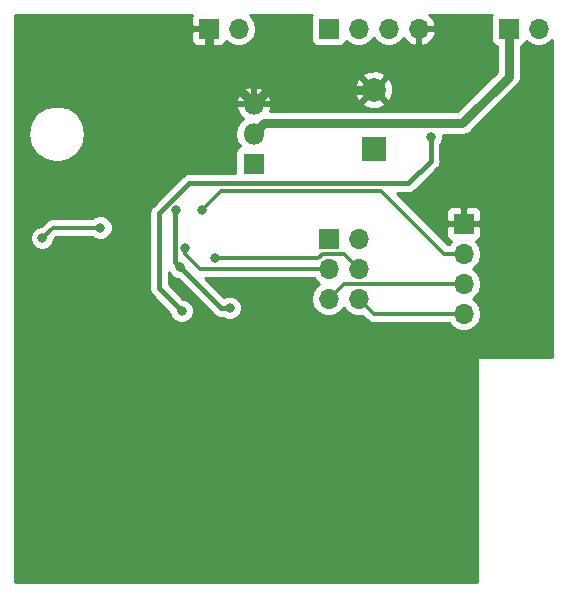
<source format=gbl>
G04 #@! TF.GenerationSoftware,KiCad,Pcbnew,(5.0.1)-3*
G04 #@! TF.CreationDate,2018-12-25T20:41:25+01:00*
G04 #@! TF.ProjectId,iLight,694C696768742E6B696361645F706362,rev?*
G04 #@! TF.SameCoordinates,Original*
G04 #@! TF.FileFunction,Copper,L2,Bot,Signal*
G04 #@! TF.FilePolarity,Positive*
%FSLAX46Y46*%
G04 Gerber Fmt 4.6, Leading zero omitted, Abs format (unit mm)*
G04 Created by KiCad (PCBNEW (5.0.1)-3) date 25/12/2018 20:41:25*
%MOMM*%
%LPD*%
G01*
G04 APERTURE LIST*
G04 #@! TA.AperFunction,ComponentPad*
%ADD10O,1.700000X1.700000*%
G04 #@! TD*
G04 #@! TA.AperFunction,ComponentPad*
%ADD11R,1.700000X1.700000*%
G04 #@! TD*
G04 #@! TA.AperFunction,ComponentPad*
%ADD12C,2.000000*%
G04 #@! TD*
G04 #@! TA.AperFunction,ComponentPad*
%ADD13R,2.000000X2.000000*%
G04 #@! TD*
G04 #@! TA.AperFunction,ComponentPad*
%ADD14O,1.800000X1.800000*%
G04 #@! TD*
G04 #@! TA.AperFunction,ComponentPad*
%ADD15R,1.800000X1.800000*%
G04 #@! TD*
G04 #@! TA.AperFunction,ViaPad*
%ADD16C,0.800000*%
G04 #@! TD*
G04 #@! TA.AperFunction,Conductor*
%ADD17C,0.762000*%
G04 #@! TD*
G04 #@! TA.AperFunction,Conductor*
%ADD18C,0.406400*%
G04 #@! TD*
G04 #@! TA.AperFunction,Conductor*
%ADD19C,0.304800*%
G04 #@! TD*
G04 #@! TA.AperFunction,Conductor*
%ADD20C,0.254000*%
G04 #@! TD*
G04 APERTURE END LIST*
D10*
G04 #@! TO.P,PROG1,4*
G04 #@! TO.N,/RXP*
X204470000Y-120650000D03*
G04 #@! TO.P,PROG1,3*
G04 #@! TO.N,/TXP*
X204470000Y-118110000D03*
G04 #@! TO.P,PROG1,2*
G04 #@! TO.N,/RST*
X204470000Y-115570000D03*
D11*
G04 #@! TO.P,PROG1,1*
G04 #@! TO.N,GNDD*
X204470000Y-113030000D03*
G04 #@! TD*
D10*
G04 #@! TO.P,P/W1,6*
G04 #@! TO.N,/RXP*
X195580000Y-119380000D03*
G04 #@! TO.P,P/W1,5*
G04 #@! TO.N,/TXP*
X193040000Y-119380000D03*
G04 #@! TO.P,P/W1,4*
G04 #@! TO.N,/RX*
X195580000Y-116840000D03*
G04 #@! TO.P,P/W1,3*
G04 #@! TO.N,/TX*
X193040000Y-116840000D03*
G04 #@! TO.P,P/W1,2*
G04 #@! TO.N,/RXW*
X195580000Y-114300000D03*
D11*
G04 #@! TO.P,P/W1,1*
G04 #@! TO.N,/TXW*
X193040000Y-114300000D03*
G04 #@! TD*
D10*
G04 #@! TO.P,ALIM1,2*
G04 #@! TO.N,+5V*
X185420000Y-96520000D03*
D11*
G04 #@! TO.P,ALIM1,1*
G04 #@! TO.N,GNDD*
X182880000Y-96520000D03*
G04 #@! TD*
D12*
G04 #@! TO.P,C1,2*
G04 #@! TO.N,GNDD*
X196850000Y-101680000D03*
D13*
G04 #@! TO.P,C1,1*
G04 #@! TO.N,+5V*
X196850000Y-106680000D03*
G04 #@! TD*
D11*
G04 #@! TO.P,LAMP,1*
G04 #@! TO.N,Net-(J4-Pad1)*
X208280000Y-96520000D03*
D10*
G04 #@! TO.P,LAMP,2*
G04 #@! TO.N,+5V*
X210820000Y-96520000D03*
G04 #@! TD*
D11*
G04 #@! TO.P,LED,1*
G04 #@! TO.N,Net-(J5-Pad1)*
X193040000Y-96520000D03*
D10*
G04 #@! TO.P,LED,2*
G04 #@! TO.N,+5V*
X195580000Y-96520000D03*
G04 #@! TO.P,LED,3*
G04 #@! TO.N,DATA*
X198120000Y-96520000D03*
G04 #@! TO.P,LED,4*
G04 #@! TO.N,GNDD*
X200660000Y-96520000D03*
G04 #@! TD*
D14*
G04 #@! TO.P,Q1,3*
G04 #@! TO.N,GNDD*
X186690000Y-102870000D03*
G04 #@! TO.P,Q1,2*
G04 #@! TO.N,Net-(J4-Pad1)*
X186690000Y-105410000D03*
D15*
G04 #@! TO.P,Q1,1*
G04 #@! TO.N,Net-(Q1-Pad1)*
X186690000Y-107950000D03*
G04 #@! TD*
D16*
G04 #@! TO.N,GNDD*
X190881000Y-100899000D03*
X185166000Y-129667000D03*
X177419000Y-113284000D03*
G04 #@! TO.N,+5V*
X180467000Y-116713000D03*
X180129000Y-111887000D03*
X184658000Y-120142000D03*
G04 #@! TO.N,Net-(C4-Pad2)*
X173720000Y-113350000D03*
X168783000Y-114239000D03*
G04 #@! TO.N,/RST*
X182329000Y-111887000D03*
G04 #@! TO.N,/RX*
X183388000Y-115951000D03*
G04 #@! TO.N,/TX*
X180848000Y-115062000D03*
G04 #@! TO.N,DATA*
X180594000Y-120396000D03*
X201676000Y-105664000D03*
G04 #@! TD*
D17*
G04 #@! TO.N,GNDD*
X187880000Y-101680000D02*
X186690000Y-102870000D01*
X182880000Y-99060000D02*
X186690000Y-102870000D01*
X182880000Y-96520000D02*
X182880000Y-99060000D01*
X190881000Y-101680000D02*
X190881000Y-100899000D01*
X190881000Y-101680000D02*
X187880000Y-101680000D01*
X196850000Y-101680000D02*
X190881000Y-101680000D01*
X181610000Y-99060000D02*
X182880000Y-99060000D01*
X177419000Y-103251000D02*
X181610000Y-99060000D01*
X185166000Y-129667000D02*
X182499000Y-129667000D01*
X182499000Y-129667000D02*
X177419000Y-124587000D01*
X177419000Y-124587000D02*
X177419000Y-113284000D01*
X177419000Y-113284000D02*
X177419000Y-103251000D01*
G04 #@! TO.N,Net-(J4-Pad1)*
X187589999Y-104510001D02*
X204353999Y-104510001D01*
X186690000Y-105410000D02*
X187589999Y-104510001D01*
X208280000Y-100584000D02*
X208280000Y-96520000D01*
X204353999Y-104510001D02*
X208280000Y-100584000D01*
D18*
G04 #@! TO.N,+5V*
X180044799Y-111971201D02*
X180129000Y-111887000D01*
X180044799Y-116290799D02*
X180044799Y-111971201D01*
X180467000Y-116713000D02*
X180044799Y-116290799D01*
X180467000Y-116713000D02*
X183896000Y-120142000D01*
X183896000Y-120142000D02*
X184658000Y-120142000D01*
D19*
G04 #@! TO.N,Net-(C4-Pad2)*
X173720000Y-113350000D02*
X169672000Y-113350000D01*
X169672000Y-113350000D02*
X168783000Y-114239000D01*
G04 #@! TO.N,/RST*
X204470000Y-115570000D02*
X202819000Y-115570000D01*
X202819000Y-115570000D02*
X197485000Y-110236000D01*
X197485000Y-110236000D02*
X183980000Y-110236000D01*
X183980000Y-110236000D02*
X182329000Y-111887000D01*
G04 #@! TO.N,/RXP*
X196850000Y-120650000D02*
X195580000Y-119380000D01*
X204470000Y-120650000D02*
X196850000Y-120650000D01*
G04 #@! TO.N,/TXP*
X194310000Y-118110000D02*
X193040000Y-119380000D01*
X204470000Y-118110000D02*
X194310000Y-118110000D01*
G04 #@! TO.N,/RX*
X194310000Y-115570000D02*
X195580000Y-116840000D01*
X192532000Y-115570000D02*
X194310000Y-115570000D01*
X183388000Y-115951000D02*
X192151000Y-115951000D01*
X192151000Y-115951000D02*
X192532000Y-115570000D01*
G04 #@! TO.N,/TX*
X193040000Y-116840000D02*
X182118000Y-116840000D01*
X182118000Y-116840000D02*
X180848000Y-115570000D01*
X180848000Y-115570000D02*
X180848000Y-115062000D01*
D18*
G04 #@! TO.N,DATA*
X180594000Y-120396000D02*
X178689000Y-118491000D01*
X178689000Y-112138262D02*
X181226262Y-109601000D01*
X178689000Y-118491000D02*
X178689000Y-112138262D01*
X181226262Y-109601000D02*
X199771000Y-109601000D01*
X199771000Y-109601000D02*
X201676000Y-107696000D01*
X201676000Y-107696000D02*
X201676000Y-105664000D01*
G04 #@! TD*
D20*
G04 #@! TO.N,GNDD*
G36*
X181395000Y-95543691D02*
X181395000Y-96234250D01*
X181553750Y-96393000D01*
X182753000Y-96393000D01*
X182753000Y-96373000D01*
X183007000Y-96373000D01*
X183007000Y-96393000D01*
X183027000Y-96393000D01*
X183027000Y-96647000D01*
X183007000Y-96647000D01*
X183007000Y-97846250D01*
X183165750Y-98005000D01*
X183856310Y-98005000D01*
X184089699Y-97908327D01*
X184268327Y-97729698D01*
X184334904Y-97568967D01*
X184349375Y-97590625D01*
X184840582Y-97918839D01*
X185273744Y-98005000D01*
X185566256Y-98005000D01*
X185999418Y-97918839D01*
X186490625Y-97590625D01*
X186818839Y-97099418D01*
X186934092Y-96520000D01*
X186818839Y-95940582D01*
X186490625Y-95449375D01*
X186382308Y-95377000D01*
X191622068Y-95377000D01*
X191591843Y-95422235D01*
X191542560Y-95670000D01*
X191542560Y-97370000D01*
X191591843Y-97617765D01*
X191732191Y-97827809D01*
X191942235Y-97968157D01*
X192190000Y-98017440D01*
X193890000Y-98017440D01*
X194137765Y-97968157D01*
X194347809Y-97827809D01*
X194488157Y-97617765D01*
X194497184Y-97572381D01*
X194509375Y-97590625D01*
X195000582Y-97918839D01*
X195433744Y-98005000D01*
X195726256Y-98005000D01*
X196159418Y-97918839D01*
X196650625Y-97590625D01*
X196850000Y-97292239D01*
X197049375Y-97590625D01*
X197540582Y-97918839D01*
X197973744Y-98005000D01*
X198266256Y-98005000D01*
X198699418Y-97918839D01*
X199190625Y-97590625D01*
X199403843Y-97271522D01*
X199464817Y-97401358D01*
X199893076Y-97791645D01*
X200303110Y-97961476D01*
X200533000Y-97840155D01*
X200533000Y-96647000D01*
X200787000Y-96647000D01*
X200787000Y-97840155D01*
X201016890Y-97961476D01*
X201426924Y-97791645D01*
X201855183Y-97401358D01*
X202101486Y-96876892D01*
X201980819Y-96647000D01*
X200787000Y-96647000D01*
X200533000Y-96647000D01*
X200513000Y-96647000D01*
X200513000Y-96393000D01*
X200533000Y-96393000D01*
X200533000Y-96373000D01*
X200787000Y-96373000D01*
X200787000Y-96393000D01*
X201980819Y-96393000D01*
X202101486Y-96163108D01*
X201855183Y-95638642D01*
X201568085Y-95377000D01*
X206862068Y-95377000D01*
X206831843Y-95422235D01*
X206782560Y-95670000D01*
X206782560Y-97370000D01*
X206831843Y-97617765D01*
X206972191Y-97827809D01*
X207182235Y-97968157D01*
X207264001Y-97984421D01*
X207264000Y-100163159D01*
X203933159Y-103494001D01*
X188060174Y-103494001D01*
X188181046Y-103234742D01*
X188060997Y-102997000D01*
X186817000Y-102997000D01*
X186817000Y-103017000D01*
X186563000Y-103017000D01*
X186563000Y-102997000D01*
X185319003Y-102997000D01*
X185198954Y-103234742D01*
X185452034Y-103777576D01*
X185839174Y-104132376D01*
X185583327Y-104303327D01*
X185244062Y-104811073D01*
X185124928Y-105410000D01*
X185244062Y-106008927D01*
X185540696Y-106452871D01*
X185332191Y-106592191D01*
X185191843Y-106802235D01*
X185142560Y-107050000D01*
X185142560Y-108762800D01*
X181308810Y-108762800D01*
X181226261Y-108746380D01*
X181143712Y-108762800D01*
X181143708Y-108762800D01*
X180899213Y-108811433D01*
X180899211Y-108811434D01*
X180899212Y-108811434D01*
X180691939Y-108949929D01*
X180691938Y-108949930D01*
X180621954Y-108996692D01*
X180575192Y-109066676D01*
X178154677Y-111487192D01*
X178084693Y-111533954D01*
X178037931Y-111603938D01*
X178037929Y-111603940D01*
X177899434Y-111811213D01*
X177834380Y-112138262D01*
X177850801Y-112220816D01*
X177850800Y-118408451D01*
X177834380Y-118491000D01*
X177850800Y-118573549D01*
X177850800Y-118573553D01*
X177899433Y-118818048D01*
X178084692Y-119095308D01*
X178154679Y-119142072D01*
X179559000Y-120546394D01*
X179559000Y-120601874D01*
X179716569Y-120982280D01*
X180007720Y-121273431D01*
X180388126Y-121431000D01*
X180799874Y-121431000D01*
X181180280Y-121273431D01*
X181471431Y-120982280D01*
X181629000Y-120601874D01*
X181629000Y-120190126D01*
X181471431Y-119809720D01*
X181180280Y-119518569D01*
X180799874Y-119361000D01*
X180744394Y-119361000D01*
X179527200Y-118143807D01*
X179527200Y-117148708D01*
X179589569Y-117299280D01*
X179880720Y-117590431D01*
X180261126Y-117748000D01*
X180316607Y-117748000D01*
X183244930Y-120676324D01*
X183291692Y-120746308D01*
X183361676Y-120793070D01*
X183361677Y-120793071D01*
X183469327Y-120865000D01*
X183568951Y-120931567D01*
X183813446Y-120980200D01*
X183813450Y-120980200D01*
X183895999Y-120996620D01*
X183978548Y-120980200D01*
X184032489Y-120980200D01*
X184071720Y-121019431D01*
X184452126Y-121177000D01*
X184863874Y-121177000D01*
X185244280Y-121019431D01*
X185535431Y-120728280D01*
X185693000Y-120347874D01*
X185693000Y-119936126D01*
X185535431Y-119555720D01*
X185244280Y-119264569D01*
X184863874Y-119107000D01*
X184452126Y-119107000D01*
X184165230Y-119225836D01*
X182566793Y-117627400D01*
X191780130Y-117627400D01*
X191969375Y-117910625D01*
X192267761Y-118110000D01*
X191969375Y-118309375D01*
X191641161Y-118800582D01*
X191525908Y-119380000D01*
X191641161Y-119959418D01*
X191969375Y-120450625D01*
X192460582Y-120778839D01*
X192893744Y-120865000D01*
X193186256Y-120865000D01*
X193619418Y-120778839D01*
X194110625Y-120450625D01*
X194310000Y-120152239D01*
X194509375Y-120450625D01*
X195000582Y-120778839D01*
X195433744Y-120865000D01*
X195726256Y-120865000D01*
X195914087Y-120827638D01*
X196238386Y-121151938D01*
X196282316Y-121217684D01*
X196542772Y-121391715D01*
X196772448Y-121437400D01*
X196849999Y-121452826D01*
X196927550Y-121437400D01*
X203210130Y-121437400D01*
X203399375Y-121720625D01*
X203890582Y-122048839D01*
X204323744Y-122135000D01*
X204616256Y-122135000D01*
X205049418Y-122048839D01*
X205540625Y-121720625D01*
X205868839Y-121229418D01*
X205984092Y-120650000D01*
X205868839Y-120070582D01*
X205540625Y-119579375D01*
X205242239Y-119380000D01*
X205540625Y-119180625D01*
X205868839Y-118689418D01*
X205984092Y-118110000D01*
X205868839Y-117530582D01*
X205540625Y-117039375D01*
X205242239Y-116840000D01*
X205540625Y-116640625D01*
X205868839Y-116149418D01*
X205984092Y-115570000D01*
X205868839Y-114990582D01*
X205540625Y-114499375D01*
X205518967Y-114484904D01*
X205679698Y-114418327D01*
X205858327Y-114239699D01*
X205955000Y-114006310D01*
X205955000Y-113315750D01*
X205796250Y-113157000D01*
X204597000Y-113157000D01*
X204597000Y-113177000D01*
X204343000Y-113177000D01*
X204343000Y-113157000D01*
X203143750Y-113157000D01*
X202985000Y-113315750D01*
X202985000Y-114006310D01*
X203081673Y-114239699D01*
X203260302Y-114418327D01*
X203421033Y-114484904D01*
X203399375Y-114499375D01*
X203210130Y-114782600D01*
X203145152Y-114782600D01*
X200416242Y-112053690D01*
X202985000Y-112053690D01*
X202985000Y-112744250D01*
X203143750Y-112903000D01*
X204343000Y-112903000D01*
X204343000Y-111703750D01*
X204597000Y-111703750D01*
X204597000Y-112903000D01*
X205796250Y-112903000D01*
X205955000Y-112744250D01*
X205955000Y-112053690D01*
X205858327Y-111820301D01*
X205679698Y-111641673D01*
X205446309Y-111545000D01*
X204755750Y-111545000D01*
X204597000Y-111703750D01*
X204343000Y-111703750D01*
X204184250Y-111545000D01*
X203493691Y-111545000D01*
X203260302Y-111641673D01*
X203081673Y-111820301D01*
X202985000Y-112053690D01*
X200416242Y-112053690D01*
X198801751Y-110439200D01*
X199688451Y-110439200D01*
X199771000Y-110455620D01*
X199853549Y-110439200D01*
X199853554Y-110439200D01*
X200098049Y-110390567D01*
X200375308Y-110205308D01*
X200422072Y-110135321D01*
X202210325Y-108347069D01*
X202280308Y-108300308D01*
X202465567Y-108023049D01*
X202514200Y-107778554D01*
X202514200Y-107778549D01*
X202530620Y-107696000D01*
X202514200Y-107613451D01*
X202514200Y-106289511D01*
X202553431Y-106250280D01*
X202711000Y-105869874D01*
X202711000Y-105526001D01*
X204253936Y-105526001D01*
X204353999Y-105545905D01*
X204454062Y-105526001D01*
X204454064Y-105526001D01*
X204750422Y-105467052D01*
X205086494Y-105242496D01*
X205143179Y-105157661D01*
X208927664Y-101373177D01*
X209012495Y-101316495D01*
X209237051Y-100980423D01*
X209296000Y-100684065D01*
X209296000Y-100684064D01*
X209315904Y-100584000D01*
X209296000Y-100483937D01*
X209296000Y-97984421D01*
X209377765Y-97968157D01*
X209587809Y-97827809D01*
X209728157Y-97617765D01*
X209737184Y-97572381D01*
X209749375Y-97590625D01*
X210240582Y-97918839D01*
X210673744Y-98005000D01*
X210966256Y-98005000D01*
X211399418Y-97918839D01*
X211890625Y-97590625D01*
X211963000Y-97482308D01*
X211963000Y-124333000D01*
X205740000Y-124333000D01*
X205691399Y-124342667D01*
X205650197Y-124370197D01*
X205622667Y-124411399D01*
X205613000Y-124460000D01*
X205613000Y-143383000D01*
X166497000Y-143383000D01*
X166497000Y-114033126D01*
X167748000Y-114033126D01*
X167748000Y-114444874D01*
X167905569Y-114825280D01*
X168196720Y-115116431D01*
X168577126Y-115274000D01*
X168988874Y-115274000D01*
X169369280Y-115116431D01*
X169660431Y-114825280D01*
X169818000Y-114444874D01*
X169818000Y-114317552D01*
X169998152Y-114137400D01*
X173043689Y-114137400D01*
X173133720Y-114227431D01*
X173514126Y-114385000D01*
X173925874Y-114385000D01*
X174306280Y-114227431D01*
X174597431Y-113936280D01*
X174755000Y-113555874D01*
X174755000Y-113144126D01*
X174597431Y-112763720D01*
X174306280Y-112472569D01*
X173925874Y-112315000D01*
X173514126Y-112315000D01*
X173133720Y-112472569D01*
X173043689Y-112562600D01*
X169749551Y-112562600D01*
X169672000Y-112547174D01*
X169594449Y-112562600D01*
X169594448Y-112562600D01*
X169364772Y-112608285D01*
X169104316Y-112782316D01*
X169060386Y-112848062D01*
X168704448Y-113204000D01*
X168577126Y-113204000D01*
X168196720Y-113361569D01*
X167905569Y-113652720D01*
X167748000Y-114033126D01*
X166497000Y-114033126D01*
X166497000Y-105410000D01*
X167598276Y-105410000D01*
X167783380Y-106340580D01*
X168310511Y-107129489D01*
X169099420Y-107656620D01*
X169795103Y-107795000D01*
X170264897Y-107795000D01*
X170960580Y-107656620D01*
X171749489Y-107129489D01*
X172276620Y-106340580D01*
X172461724Y-105410000D01*
X172276620Y-104479420D01*
X171749489Y-103690511D01*
X170960580Y-103163380D01*
X170264897Y-103025000D01*
X169795103Y-103025000D01*
X169099420Y-103163380D01*
X168310511Y-103690511D01*
X167783380Y-104479420D01*
X167598276Y-105410000D01*
X166497000Y-105410000D01*
X166497000Y-102832532D01*
X195877073Y-102832532D01*
X195975736Y-103099387D01*
X196585461Y-103325908D01*
X197235460Y-103301856D01*
X197724264Y-103099387D01*
X197822927Y-102832532D01*
X196850000Y-101859605D01*
X195877073Y-102832532D01*
X166497000Y-102832532D01*
X166497000Y-102505258D01*
X185198954Y-102505258D01*
X185319003Y-102743000D01*
X186563000Y-102743000D01*
X186563000Y-101499622D01*
X186817000Y-101499622D01*
X186817000Y-102743000D01*
X188060997Y-102743000D01*
X188181046Y-102505258D01*
X187927966Y-101962424D01*
X187486417Y-101557760D01*
X187142857Y-101415461D01*
X195204092Y-101415461D01*
X195228144Y-102065460D01*
X195430613Y-102554264D01*
X195697468Y-102652927D01*
X196670395Y-101680000D01*
X197029605Y-101680000D01*
X198002532Y-102652927D01*
X198269387Y-102554264D01*
X198495908Y-101944539D01*
X198471856Y-101294540D01*
X198269387Y-100805736D01*
X198002532Y-100707073D01*
X197029605Y-101680000D01*
X196670395Y-101680000D01*
X195697468Y-100707073D01*
X195430613Y-100805736D01*
X195204092Y-101415461D01*
X187142857Y-101415461D01*
X187054740Y-101378964D01*
X186817000Y-101499622D01*
X186563000Y-101499622D01*
X186325260Y-101378964D01*
X185893583Y-101557760D01*
X185452034Y-101962424D01*
X185198954Y-102505258D01*
X166497000Y-102505258D01*
X166497000Y-100527468D01*
X195877073Y-100527468D01*
X196850000Y-101500395D01*
X197822927Y-100527468D01*
X197724264Y-100260613D01*
X197114539Y-100034092D01*
X196464540Y-100058144D01*
X195975736Y-100260613D01*
X195877073Y-100527468D01*
X166497000Y-100527468D01*
X166497000Y-96805750D01*
X181395000Y-96805750D01*
X181395000Y-97496309D01*
X181491673Y-97729698D01*
X181670301Y-97908327D01*
X181903690Y-98005000D01*
X182594250Y-98005000D01*
X182753000Y-97846250D01*
X182753000Y-96647000D01*
X181553750Y-96647000D01*
X181395000Y-96805750D01*
X166497000Y-96805750D01*
X166497000Y-95377000D01*
X181464046Y-95377000D01*
X181395000Y-95543691D01*
X181395000Y-95543691D01*
G37*
X181395000Y-95543691D02*
X181395000Y-96234250D01*
X181553750Y-96393000D01*
X182753000Y-96393000D01*
X182753000Y-96373000D01*
X183007000Y-96373000D01*
X183007000Y-96393000D01*
X183027000Y-96393000D01*
X183027000Y-96647000D01*
X183007000Y-96647000D01*
X183007000Y-97846250D01*
X183165750Y-98005000D01*
X183856310Y-98005000D01*
X184089699Y-97908327D01*
X184268327Y-97729698D01*
X184334904Y-97568967D01*
X184349375Y-97590625D01*
X184840582Y-97918839D01*
X185273744Y-98005000D01*
X185566256Y-98005000D01*
X185999418Y-97918839D01*
X186490625Y-97590625D01*
X186818839Y-97099418D01*
X186934092Y-96520000D01*
X186818839Y-95940582D01*
X186490625Y-95449375D01*
X186382308Y-95377000D01*
X191622068Y-95377000D01*
X191591843Y-95422235D01*
X191542560Y-95670000D01*
X191542560Y-97370000D01*
X191591843Y-97617765D01*
X191732191Y-97827809D01*
X191942235Y-97968157D01*
X192190000Y-98017440D01*
X193890000Y-98017440D01*
X194137765Y-97968157D01*
X194347809Y-97827809D01*
X194488157Y-97617765D01*
X194497184Y-97572381D01*
X194509375Y-97590625D01*
X195000582Y-97918839D01*
X195433744Y-98005000D01*
X195726256Y-98005000D01*
X196159418Y-97918839D01*
X196650625Y-97590625D01*
X196850000Y-97292239D01*
X197049375Y-97590625D01*
X197540582Y-97918839D01*
X197973744Y-98005000D01*
X198266256Y-98005000D01*
X198699418Y-97918839D01*
X199190625Y-97590625D01*
X199403843Y-97271522D01*
X199464817Y-97401358D01*
X199893076Y-97791645D01*
X200303110Y-97961476D01*
X200533000Y-97840155D01*
X200533000Y-96647000D01*
X200787000Y-96647000D01*
X200787000Y-97840155D01*
X201016890Y-97961476D01*
X201426924Y-97791645D01*
X201855183Y-97401358D01*
X202101486Y-96876892D01*
X201980819Y-96647000D01*
X200787000Y-96647000D01*
X200533000Y-96647000D01*
X200513000Y-96647000D01*
X200513000Y-96393000D01*
X200533000Y-96393000D01*
X200533000Y-96373000D01*
X200787000Y-96373000D01*
X200787000Y-96393000D01*
X201980819Y-96393000D01*
X202101486Y-96163108D01*
X201855183Y-95638642D01*
X201568085Y-95377000D01*
X206862068Y-95377000D01*
X206831843Y-95422235D01*
X206782560Y-95670000D01*
X206782560Y-97370000D01*
X206831843Y-97617765D01*
X206972191Y-97827809D01*
X207182235Y-97968157D01*
X207264001Y-97984421D01*
X207264000Y-100163159D01*
X203933159Y-103494001D01*
X188060174Y-103494001D01*
X188181046Y-103234742D01*
X188060997Y-102997000D01*
X186817000Y-102997000D01*
X186817000Y-103017000D01*
X186563000Y-103017000D01*
X186563000Y-102997000D01*
X185319003Y-102997000D01*
X185198954Y-103234742D01*
X185452034Y-103777576D01*
X185839174Y-104132376D01*
X185583327Y-104303327D01*
X185244062Y-104811073D01*
X185124928Y-105410000D01*
X185244062Y-106008927D01*
X185540696Y-106452871D01*
X185332191Y-106592191D01*
X185191843Y-106802235D01*
X185142560Y-107050000D01*
X185142560Y-108762800D01*
X181308810Y-108762800D01*
X181226261Y-108746380D01*
X181143712Y-108762800D01*
X181143708Y-108762800D01*
X180899213Y-108811433D01*
X180899211Y-108811434D01*
X180899212Y-108811434D01*
X180691939Y-108949929D01*
X180691938Y-108949930D01*
X180621954Y-108996692D01*
X180575192Y-109066676D01*
X178154677Y-111487192D01*
X178084693Y-111533954D01*
X178037931Y-111603938D01*
X178037929Y-111603940D01*
X177899434Y-111811213D01*
X177834380Y-112138262D01*
X177850801Y-112220816D01*
X177850800Y-118408451D01*
X177834380Y-118491000D01*
X177850800Y-118573549D01*
X177850800Y-118573553D01*
X177899433Y-118818048D01*
X178084692Y-119095308D01*
X178154679Y-119142072D01*
X179559000Y-120546394D01*
X179559000Y-120601874D01*
X179716569Y-120982280D01*
X180007720Y-121273431D01*
X180388126Y-121431000D01*
X180799874Y-121431000D01*
X181180280Y-121273431D01*
X181471431Y-120982280D01*
X181629000Y-120601874D01*
X181629000Y-120190126D01*
X181471431Y-119809720D01*
X181180280Y-119518569D01*
X180799874Y-119361000D01*
X180744394Y-119361000D01*
X179527200Y-118143807D01*
X179527200Y-117148708D01*
X179589569Y-117299280D01*
X179880720Y-117590431D01*
X180261126Y-117748000D01*
X180316607Y-117748000D01*
X183244930Y-120676324D01*
X183291692Y-120746308D01*
X183361676Y-120793070D01*
X183361677Y-120793071D01*
X183469327Y-120865000D01*
X183568951Y-120931567D01*
X183813446Y-120980200D01*
X183813450Y-120980200D01*
X183895999Y-120996620D01*
X183978548Y-120980200D01*
X184032489Y-120980200D01*
X184071720Y-121019431D01*
X184452126Y-121177000D01*
X184863874Y-121177000D01*
X185244280Y-121019431D01*
X185535431Y-120728280D01*
X185693000Y-120347874D01*
X185693000Y-119936126D01*
X185535431Y-119555720D01*
X185244280Y-119264569D01*
X184863874Y-119107000D01*
X184452126Y-119107000D01*
X184165230Y-119225836D01*
X182566793Y-117627400D01*
X191780130Y-117627400D01*
X191969375Y-117910625D01*
X192267761Y-118110000D01*
X191969375Y-118309375D01*
X191641161Y-118800582D01*
X191525908Y-119380000D01*
X191641161Y-119959418D01*
X191969375Y-120450625D01*
X192460582Y-120778839D01*
X192893744Y-120865000D01*
X193186256Y-120865000D01*
X193619418Y-120778839D01*
X194110625Y-120450625D01*
X194310000Y-120152239D01*
X194509375Y-120450625D01*
X195000582Y-120778839D01*
X195433744Y-120865000D01*
X195726256Y-120865000D01*
X195914087Y-120827638D01*
X196238386Y-121151938D01*
X196282316Y-121217684D01*
X196542772Y-121391715D01*
X196772448Y-121437400D01*
X196849999Y-121452826D01*
X196927550Y-121437400D01*
X203210130Y-121437400D01*
X203399375Y-121720625D01*
X203890582Y-122048839D01*
X204323744Y-122135000D01*
X204616256Y-122135000D01*
X205049418Y-122048839D01*
X205540625Y-121720625D01*
X205868839Y-121229418D01*
X205984092Y-120650000D01*
X205868839Y-120070582D01*
X205540625Y-119579375D01*
X205242239Y-119380000D01*
X205540625Y-119180625D01*
X205868839Y-118689418D01*
X205984092Y-118110000D01*
X205868839Y-117530582D01*
X205540625Y-117039375D01*
X205242239Y-116840000D01*
X205540625Y-116640625D01*
X205868839Y-116149418D01*
X205984092Y-115570000D01*
X205868839Y-114990582D01*
X205540625Y-114499375D01*
X205518967Y-114484904D01*
X205679698Y-114418327D01*
X205858327Y-114239699D01*
X205955000Y-114006310D01*
X205955000Y-113315750D01*
X205796250Y-113157000D01*
X204597000Y-113157000D01*
X204597000Y-113177000D01*
X204343000Y-113177000D01*
X204343000Y-113157000D01*
X203143750Y-113157000D01*
X202985000Y-113315750D01*
X202985000Y-114006310D01*
X203081673Y-114239699D01*
X203260302Y-114418327D01*
X203421033Y-114484904D01*
X203399375Y-114499375D01*
X203210130Y-114782600D01*
X203145152Y-114782600D01*
X200416242Y-112053690D01*
X202985000Y-112053690D01*
X202985000Y-112744250D01*
X203143750Y-112903000D01*
X204343000Y-112903000D01*
X204343000Y-111703750D01*
X204597000Y-111703750D01*
X204597000Y-112903000D01*
X205796250Y-112903000D01*
X205955000Y-112744250D01*
X205955000Y-112053690D01*
X205858327Y-111820301D01*
X205679698Y-111641673D01*
X205446309Y-111545000D01*
X204755750Y-111545000D01*
X204597000Y-111703750D01*
X204343000Y-111703750D01*
X204184250Y-111545000D01*
X203493691Y-111545000D01*
X203260302Y-111641673D01*
X203081673Y-111820301D01*
X202985000Y-112053690D01*
X200416242Y-112053690D01*
X198801751Y-110439200D01*
X199688451Y-110439200D01*
X199771000Y-110455620D01*
X199853549Y-110439200D01*
X199853554Y-110439200D01*
X200098049Y-110390567D01*
X200375308Y-110205308D01*
X200422072Y-110135321D01*
X202210325Y-108347069D01*
X202280308Y-108300308D01*
X202465567Y-108023049D01*
X202514200Y-107778554D01*
X202514200Y-107778549D01*
X202530620Y-107696000D01*
X202514200Y-107613451D01*
X202514200Y-106289511D01*
X202553431Y-106250280D01*
X202711000Y-105869874D01*
X202711000Y-105526001D01*
X204253936Y-105526001D01*
X204353999Y-105545905D01*
X204454062Y-105526001D01*
X204454064Y-105526001D01*
X204750422Y-105467052D01*
X205086494Y-105242496D01*
X205143179Y-105157661D01*
X208927664Y-101373177D01*
X209012495Y-101316495D01*
X209237051Y-100980423D01*
X209296000Y-100684065D01*
X209296000Y-100684064D01*
X209315904Y-100584000D01*
X209296000Y-100483937D01*
X209296000Y-97984421D01*
X209377765Y-97968157D01*
X209587809Y-97827809D01*
X209728157Y-97617765D01*
X209737184Y-97572381D01*
X209749375Y-97590625D01*
X210240582Y-97918839D01*
X210673744Y-98005000D01*
X210966256Y-98005000D01*
X211399418Y-97918839D01*
X211890625Y-97590625D01*
X211963000Y-97482308D01*
X211963000Y-124333000D01*
X205740000Y-124333000D01*
X205691399Y-124342667D01*
X205650197Y-124370197D01*
X205622667Y-124411399D01*
X205613000Y-124460000D01*
X205613000Y-143383000D01*
X166497000Y-143383000D01*
X166497000Y-114033126D01*
X167748000Y-114033126D01*
X167748000Y-114444874D01*
X167905569Y-114825280D01*
X168196720Y-115116431D01*
X168577126Y-115274000D01*
X168988874Y-115274000D01*
X169369280Y-115116431D01*
X169660431Y-114825280D01*
X169818000Y-114444874D01*
X169818000Y-114317552D01*
X169998152Y-114137400D01*
X173043689Y-114137400D01*
X173133720Y-114227431D01*
X173514126Y-114385000D01*
X173925874Y-114385000D01*
X174306280Y-114227431D01*
X174597431Y-113936280D01*
X174755000Y-113555874D01*
X174755000Y-113144126D01*
X174597431Y-112763720D01*
X174306280Y-112472569D01*
X173925874Y-112315000D01*
X173514126Y-112315000D01*
X173133720Y-112472569D01*
X173043689Y-112562600D01*
X169749551Y-112562600D01*
X169672000Y-112547174D01*
X169594449Y-112562600D01*
X169594448Y-112562600D01*
X169364772Y-112608285D01*
X169104316Y-112782316D01*
X169060386Y-112848062D01*
X168704448Y-113204000D01*
X168577126Y-113204000D01*
X168196720Y-113361569D01*
X167905569Y-113652720D01*
X167748000Y-114033126D01*
X166497000Y-114033126D01*
X166497000Y-105410000D01*
X167598276Y-105410000D01*
X167783380Y-106340580D01*
X168310511Y-107129489D01*
X169099420Y-107656620D01*
X169795103Y-107795000D01*
X170264897Y-107795000D01*
X170960580Y-107656620D01*
X171749489Y-107129489D01*
X172276620Y-106340580D01*
X172461724Y-105410000D01*
X172276620Y-104479420D01*
X171749489Y-103690511D01*
X170960580Y-103163380D01*
X170264897Y-103025000D01*
X169795103Y-103025000D01*
X169099420Y-103163380D01*
X168310511Y-103690511D01*
X167783380Y-104479420D01*
X167598276Y-105410000D01*
X166497000Y-105410000D01*
X166497000Y-102832532D01*
X195877073Y-102832532D01*
X195975736Y-103099387D01*
X196585461Y-103325908D01*
X197235460Y-103301856D01*
X197724264Y-103099387D01*
X197822927Y-102832532D01*
X196850000Y-101859605D01*
X195877073Y-102832532D01*
X166497000Y-102832532D01*
X166497000Y-102505258D01*
X185198954Y-102505258D01*
X185319003Y-102743000D01*
X186563000Y-102743000D01*
X186563000Y-101499622D01*
X186817000Y-101499622D01*
X186817000Y-102743000D01*
X188060997Y-102743000D01*
X188181046Y-102505258D01*
X187927966Y-101962424D01*
X187486417Y-101557760D01*
X187142857Y-101415461D01*
X195204092Y-101415461D01*
X195228144Y-102065460D01*
X195430613Y-102554264D01*
X195697468Y-102652927D01*
X196670395Y-101680000D01*
X197029605Y-101680000D01*
X198002532Y-102652927D01*
X198269387Y-102554264D01*
X198495908Y-101944539D01*
X198471856Y-101294540D01*
X198269387Y-100805736D01*
X198002532Y-100707073D01*
X197029605Y-101680000D01*
X196670395Y-101680000D01*
X195697468Y-100707073D01*
X195430613Y-100805736D01*
X195204092Y-101415461D01*
X187142857Y-101415461D01*
X187054740Y-101378964D01*
X186817000Y-101499622D01*
X186563000Y-101499622D01*
X186325260Y-101378964D01*
X185893583Y-101557760D01*
X185452034Y-101962424D01*
X185198954Y-102505258D01*
X166497000Y-102505258D01*
X166497000Y-100527468D01*
X195877073Y-100527468D01*
X196850000Y-101500395D01*
X197822927Y-100527468D01*
X197724264Y-100260613D01*
X197114539Y-100034092D01*
X196464540Y-100058144D01*
X195975736Y-100260613D01*
X195877073Y-100527468D01*
X166497000Y-100527468D01*
X166497000Y-96805750D01*
X181395000Y-96805750D01*
X181395000Y-97496309D01*
X181491673Y-97729698D01*
X181670301Y-97908327D01*
X181903690Y-98005000D01*
X182594250Y-98005000D01*
X182753000Y-97846250D01*
X182753000Y-96647000D01*
X181553750Y-96647000D01*
X181395000Y-96805750D01*
X166497000Y-96805750D01*
X166497000Y-95377000D01*
X181464046Y-95377000D01*
X181395000Y-95543691D01*
G04 #@! TD*
M02*

</source>
